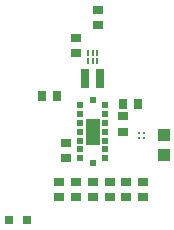
<source format=gbr>
G04 EAGLE Gerber RS-274X export*
G75*
%MOMM*%
%FSLAX34Y34*%
%LPD*%
%INSolderpaste Top*%
%IPPOS*%
%AMOC8*
5,1,8,0,0,1.08239X$1,22.5*%
G01*
%ADD10R,0.900000X0.700000*%
%ADD11R,1.000000X1.100000*%
%ADD12R,0.800000X0.800000*%
%ADD13R,0.200000X0.100000*%
%ADD14R,0.515000X0.500000*%
%ADD15R,0.500000X0.535000*%
%ADD16R,1.200000X2.316000*%
%ADD17R,0.700000X0.900000*%
%ADD18C,0.208000*%
%ADD19R,0.280000X0.530000*%


D10*
X25400Y-150D03*
X25400Y12850D03*
X42863Y-55713D03*
X42863Y-42713D03*
D11*
X60325Y-2613D03*
X60325Y-19613D03*
D12*
X-56000Y-74613D03*
X-71000Y-74613D03*
D10*
X0Y-42713D03*
X0Y-55713D03*
X14288Y-42713D03*
X14288Y-55713D03*
X-14288Y-42713D03*
X-14288Y-55713D03*
X28575Y-42713D03*
X28575Y-55713D03*
D13*
X-9000Y-25500D03*
D14*
X-10580Y-22500D03*
X-10580Y-15000D03*
X-10580Y-7500D03*
X-10580Y0D03*
X-10580Y7500D03*
X-10580Y15000D03*
X-10580Y22500D03*
D15*
X0Y-26680D03*
D16*
X0Y0D03*
D15*
X0Y26680D03*
D14*
X10580Y-22500D03*
X10580Y-15000D03*
X10580Y-7500D03*
X10580Y0D03*
X10580Y7500D03*
X10580Y15000D03*
X10580Y22500D03*
D10*
X-28575Y-42713D03*
X-28575Y-55713D03*
D17*
X25250Y23813D03*
X38250Y23813D03*
X-6500Y49213D03*
X6500Y49213D03*
D10*
X-14288Y66525D03*
X-14288Y79525D03*
D18*
X39275Y-1175D03*
X43275Y-1175D03*
X39275Y-5175D03*
X43275Y-5175D03*
D19*
X-4000Y60100D03*
X0Y60100D03*
X4000Y60100D03*
X4000Y66900D03*
X0Y66900D03*
X-4000Y66900D03*
D17*
X-43013Y30163D03*
X-30013Y30163D03*
D10*
X-22225Y-9375D03*
X-22225Y-22375D03*
D17*
X-6500Y41275D03*
X6500Y41275D03*
D10*
X4763Y103338D03*
X4763Y90338D03*
M02*

</source>
